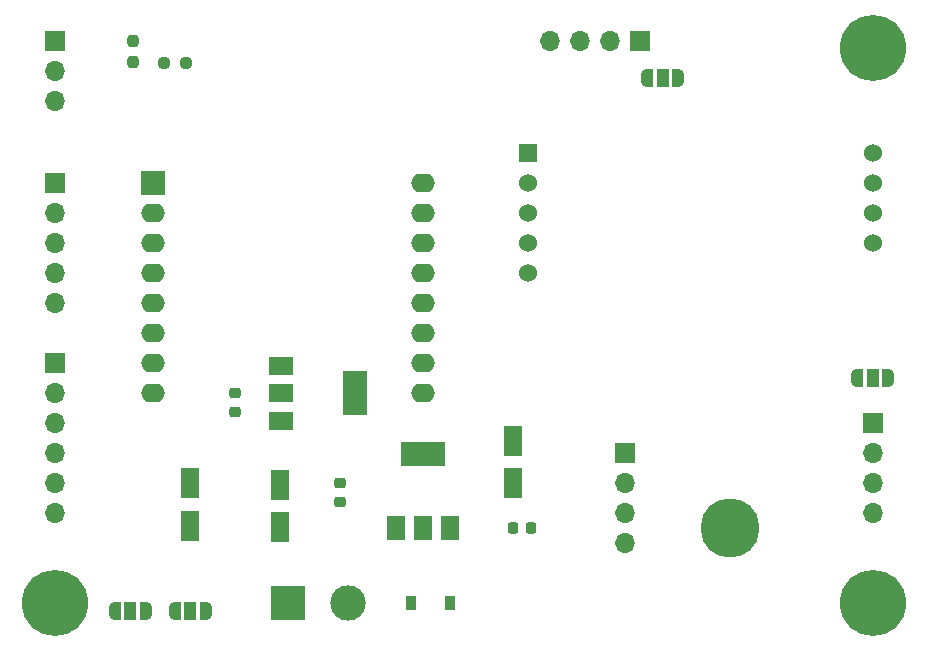
<source format=gts>
%TF.GenerationSoftware,KiCad,Pcbnew,(6.0.6)*%
%TF.CreationDate,2022-07-17T21:08:35+02:00*%
%TF.ProjectId,esp8266-homenode,65737038-3236-4362-9d68-6f6d656e6f64,rev?*%
%TF.SameCoordinates,Original*%
%TF.FileFunction,Soldermask,Top*%
%TF.FilePolarity,Negative*%
%FSLAX46Y46*%
G04 Gerber Fmt 4.6, Leading zero omitted, Abs format (unit mm)*
G04 Created by KiCad (PCBNEW (6.0.6)) date 2022-07-17 21:08:35*
%MOMM*%
%LPD*%
G01*
G04 APERTURE LIST*
G04 Aperture macros list*
%AMRoundRect*
0 Rectangle with rounded corners*
0 $1 Rounding radius*
0 $2 $3 $4 $5 $6 $7 $8 $9 X,Y pos of 4 corners*
0 Add a 4 corners polygon primitive as box body*
4,1,4,$2,$3,$4,$5,$6,$7,$8,$9,$2,$3,0*
0 Add four circle primitives for the rounded corners*
1,1,$1+$1,$2,$3*
1,1,$1+$1,$4,$5*
1,1,$1+$1,$6,$7*
1,1,$1+$1,$8,$9*
0 Add four rect primitives between the rounded corners*
20,1,$1+$1,$2,$3,$4,$5,0*
20,1,$1+$1,$4,$5,$6,$7,0*
20,1,$1+$1,$6,$7,$8,$9,0*
20,1,$1+$1,$8,$9,$2,$3,0*%
%AMFreePoly0*
4,1,22,0.550000,-0.750000,0.000000,-0.750000,0.000000,-0.745033,-0.079941,-0.743568,-0.215256,-0.701293,-0.333266,-0.622738,-0.424486,-0.514219,-0.481581,-0.384460,-0.499164,-0.250000,-0.500000,-0.250000,-0.500000,0.250000,-0.499164,0.250000,-0.499963,0.256109,-0.478152,0.396186,-0.417904,0.524511,-0.324060,0.630769,-0.204165,0.706417,-0.067858,0.745374,0.000000,0.744959,0.000000,0.750000,
0.550000,0.750000,0.550000,-0.750000,0.550000,-0.750000,$1*%
%AMFreePoly1*
4,1,20,0.000000,0.744959,0.073905,0.744508,0.209726,0.703889,0.328688,0.626782,0.421226,0.519385,0.479903,0.390333,0.500000,0.250000,0.500000,-0.250000,0.499851,-0.262216,0.476331,-0.402017,0.414519,-0.529596,0.319384,-0.634700,0.198574,-0.708877,0.061801,-0.746166,0.000000,-0.745033,0.000000,-0.750000,-0.550000,-0.750000,-0.550000,0.750000,0.000000,0.750000,0.000000,0.744959,
0.000000,0.744959,$1*%
G04 Aperture macros list end*
%ADD10R,2.000000X2.000000*%
%ADD11O,2.000000X1.600000*%
%ADD12R,1.500000X2.000000*%
%ADD13R,3.800000X2.000000*%
%ADD14R,2.000000X1.500000*%
%ADD15R,2.000000X3.800000*%
%ADD16RoundRect,0.250000X0.550000X-1.050000X0.550000X1.050000X-0.550000X1.050000X-0.550000X-1.050000X0*%
%ADD17RoundRect,0.225000X-0.225000X-0.250000X0.225000X-0.250000X0.225000X0.250000X-0.225000X0.250000X0*%
%ADD18RoundRect,0.225000X-0.250000X0.225000X-0.250000X-0.225000X0.250000X-0.225000X0.250000X0.225000X0*%
%ADD19RoundRect,0.250000X-0.550000X1.050000X-0.550000X-1.050000X0.550000X-1.050000X0.550000X1.050000X0*%
%ADD20R,0.900000X1.200000*%
%ADD21R,3.000000X3.000000*%
%ADD22C,3.000000*%
%ADD23R,1.700000X1.700000*%
%ADD24O,1.700000X1.700000*%
%ADD25C,5.600000*%
%ADD26FreePoly0,0.000000*%
%ADD27R,1.000000X1.500000*%
%ADD28FreePoly1,0.000000*%
%ADD29RoundRect,0.237500X-0.237500X0.250000X-0.237500X-0.250000X0.237500X-0.250000X0.237500X0.250000X0*%
%ADD30C,5.000000*%
%ADD31R,1.524000X1.524000*%
%ADD32C,1.524000*%
%ADD33RoundRect,0.237500X0.250000X0.237500X-0.250000X0.237500X-0.250000X-0.237500X0.250000X-0.237500X0*%
G04 APERTURE END LIST*
D10*
%TO.C,U1*%
X94615000Y-69850000D03*
D11*
X94615000Y-72390000D03*
X94615000Y-74930000D03*
X94615000Y-77470000D03*
X94615000Y-80010000D03*
X94615000Y-82550000D03*
X94615000Y-85090000D03*
X94615000Y-87630000D03*
X117475000Y-87630000D03*
X117475000Y-85090000D03*
X117475000Y-82550000D03*
X117475000Y-80010000D03*
X117475000Y-77470000D03*
X117475000Y-74930000D03*
X117475000Y-72390000D03*
X117475000Y-69850000D03*
%TD*%
D12*
%TO.C,U2*%
X115175000Y-99035000D03*
X117475000Y-99035000D03*
D13*
X117475000Y-92735000D03*
D12*
X119775000Y-99035000D03*
%TD*%
D14*
%TO.C,U3*%
X105460000Y-85330000D03*
D15*
X111760000Y-87630000D03*
D14*
X105460000Y-87630000D03*
X105460000Y-89930000D03*
%TD*%
D16*
%TO.C,C1*%
X125095000Y-95250000D03*
X125095000Y-91650000D03*
%TD*%
D17*
%TO.C,C2*%
X125095000Y-99060000D03*
X126645000Y-99060000D03*
%TD*%
D18*
%TO.C,C3*%
X110490000Y-95250000D03*
X110490000Y-96800000D03*
%TD*%
D19*
%TO.C,C4*%
X105410000Y-95355000D03*
X105410000Y-98955000D03*
%TD*%
D18*
%TO.C,C5*%
X101600000Y-87630000D03*
X101600000Y-89180000D03*
%TD*%
D19*
%TO.C,C6*%
X97790000Y-95250000D03*
X97790000Y-98850000D03*
%TD*%
D20*
%TO.C,D1*%
X119760000Y-105410000D03*
X116460000Y-105410000D03*
%TD*%
D21*
%TO.C,J1*%
X106045000Y-105410000D03*
D22*
X111125000Y-105410000D03*
%TD*%
D23*
%TO.C,J4*%
X155575000Y-90170000D03*
D24*
X155575000Y-92710000D03*
X155575000Y-95250000D03*
X155575000Y-97790000D03*
%TD*%
D25*
%TO.C,REF\u002A\u002A*%
X155575000Y-105410000D03*
%TD*%
D26*
%TO.C,JP2*%
X136495000Y-60960000D03*
D27*
X137795000Y-60960000D03*
D28*
X139095000Y-60960000D03*
%TD*%
D29*
%TO.C,R2*%
X92964000Y-57785000D03*
X92964000Y-59610000D03*
%TD*%
D26*
%TO.C,JP4*%
X96490000Y-106045000D03*
D27*
X97790000Y-106045000D03*
D28*
X99090000Y-106045000D03*
%TD*%
D26*
%TO.C,JP1*%
X154275000Y-86360000D03*
D27*
X155575000Y-86360000D03*
D28*
X156875000Y-86360000D03*
%TD*%
D25*
%TO.C,REF\u002A\u002A*%
X155575000Y-58420000D03*
%TD*%
D23*
%TO.C,J7*%
X86360000Y-69855000D03*
D24*
X86360000Y-72395000D03*
X86360000Y-74935000D03*
X86360000Y-77475000D03*
X86360000Y-80015000D03*
%TD*%
D23*
%TO.C,J3*%
X86360000Y-57800000D03*
D24*
X86360000Y-60340000D03*
X86360000Y-62880000D03*
%TD*%
D30*
%TO.C,J2*%
X143510000Y-99060000D03*
D23*
X134620000Y-92710000D03*
D24*
X134620000Y-95250000D03*
X134620000Y-97790000D03*
X134620000Y-100330000D03*
%TD*%
D23*
%TO.C,J6*%
X86360000Y-85090000D03*
D24*
X86360000Y-87630000D03*
X86360000Y-90170000D03*
X86360000Y-92710000D03*
X86360000Y-95250000D03*
X86360000Y-97790000D03*
%TD*%
D26*
%TO.C,JP3*%
X91410000Y-106045000D03*
D27*
X92710000Y-106045000D03*
D28*
X94010000Y-106045000D03*
%TD*%
D31*
%TO.C,U4*%
X126365000Y-67310000D03*
D32*
X126365000Y-69850000D03*
X126365000Y-72390000D03*
X126365000Y-74930000D03*
X126365000Y-77470000D03*
X155575000Y-67310000D03*
X155575000Y-69850000D03*
X155575000Y-72390000D03*
X155575000Y-74930000D03*
%TD*%
D23*
%TO.C,J5*%
X135890000Y-57785000D03*
D24*
X133350000Y-57785000D03*
X130810000Y-57785000D03*
X128270000Y-57785000D03*
%TD*%
D25*
%TO.C,REF\u002A\u002A*%
X86360000Y-105410000D03*
%TD*%
D33*
%TO.C,R1*%
X97432500Y-59690000D03*
X95607500Y-59690000D03*
%TD*%
M02*

</source>
